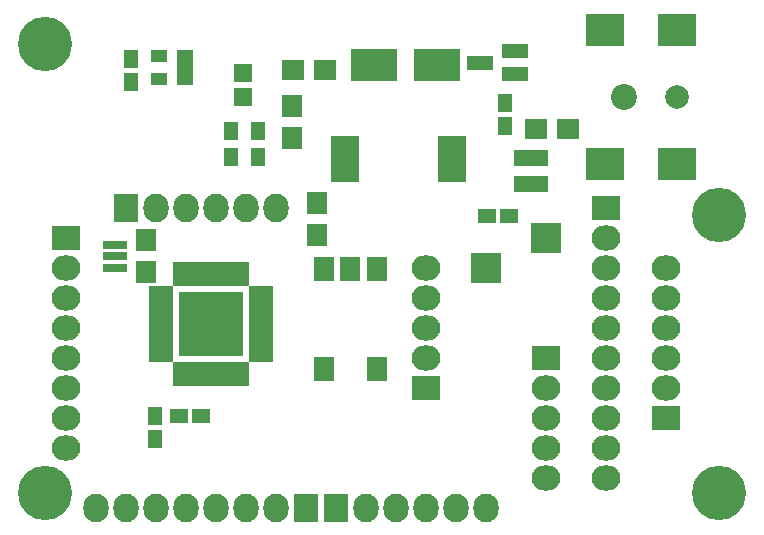
<source format=gts>
%TF.GenerationSoftware,KiCad,Pcbnew,(after 2015-mar-04 BZR unknown)-product*%
%TF.CreationDate,2015-05-27T15:40:32-04:00*%
%TF.JobID,arduinoquad,61726475696E6F717561642E6B696361,rev?*%
%TF.FileFunction,Soldermask,Top*%
%FSLAX46Y46*%
G04 Gerber Fmt 4.6, Leading zero omitted, Abs format (unit mm)*
G04 Created by KiCad (PCBNEW (after 2015-mar-04 BZR unknown)-product) date 27/05/2015 3:40:32 PM*
%MOMM*%
G01*
G04 APERTURE LIST*
%ADD10C,0.100000*%
%ADD11R,1.800000X2.000000*%
%ADD12R,2.432000X2.127200*%
%ADD13O,2.432000X2.127200*%
%ADD14R,3.200000X2.800000*%
%ADD15C,2.000000*%
%ADD16C,2.200000*%
%ADD17C,4.600000*%
%ADD18R,3.900120X2.701240*%
%ADD19R,1.150000X1.600000*%
%ADD20R,1.600000X1.150000*%
%ADD21R,1.598880X1.598880*%
%ADD22R,1.050000X1.460000*%
%ADD23R,2.400000X3.900000*%
%ADD24R,2.635200X2.635200*%
%ADD25R,2.127200X2.432000*%
%ADD26O,2.127200X2.432000*%
%ADD27R,2.200860X1.200100*%
%ADD28R,1.700000X1.900000*%
%ADD29R,1.900000X1.700000*%
%ADD30R,1.300000X1.600000*%
%ADD31R,1.460000X1.050000*%
%ADD32R,2.000000X0.700000*%
%ADD33R,0.950000X2.000000*%
%ADD34R,2.000000X0.950000*%
%ADD35R,5.480000X5.480000*%
G04 APERTURE END LIST*
D10*
D11*
X168560000Y-102505000D03*
X164060000Y-102505000D03*
X164060000Y-94095000D03*
X168560000Y-94095000D03*
X166310000Y-94095000D03*
D12*
X193040000Y-106680000D03*
D13*
X193040000Y-104140000D03*
X193040000Y-101600000D03*
X193040000Y-99060000D03*
X193040000Y-96520000D03*
X193040000Y-93980000D03*
D14*
X187900000Y-73800000D03*
X194000000Y-85200000D03*
X194000000Y-73800000D03*
D15*
X194000000Y-79500000D03*
D16*
X189500000Y-79500000D03*
D14*
X187900000Y-85200000D03*
D17*
X140500000Y-75000000D03*
X197500000Y-89500000D03*
X197500000Y-113000000D03*
X140500000Y-113000000D03*
D18*
X173700020Y-76800000D03*
X168299980Y-76800000D03*
D19*
X149750000Y-106550000D03*
X149750000Y-108450000D03*
D20*
X151800000Y-106500000D03*
X153700000Y-106500000D03*
D19*
X179400000Y-81950000D03*
X179400000Y-80050000D03*
D20*
X177850000Y-89600000D03*
X179750000Y-89600000D03*
D19*
X147750000Y-78200000D03*
X147750000Y-76300000D03*
D21*
X157250000Y-77450980D03*
X157250000Y-79549020D03*
D12*
X172720000Y-104140000D03*
D13*
X172720000Y-101600000D03*
X172720000Y-99060000D03*
X172720000Y-96520000D03*
X172720000Y-93980000D03*
D22*
X180650000Y-86900000D03*
X181600000Y-86900000D03*
X182550000Y-86900000D03*
X182550000Y-84700000D03*
X180650000Y-84700000D03*
X181600000Y-84700000D03*
D23*
X174900000Y-84800000D03*
X165900000Y-84800000D03*
D24*
X177800000Y-93980000D03*
X182880000Y-91440000D03*
D12*
X182880000Y-101600000D03*
D13*
X182880000Y-104140000D03*
X182880000Y-106680000D03*
X182880000Y-109220000D03*
X182880000Y-111760000D03*
D25*
X147320000Y-88900000D03*
D26*
X149860000Y-88900000D03*
X152400000Y-88900000D03*
X154940000Y-88900000D03*
X157480000Y-88900000D03*
X160020000Y-88900000D03*
D25*
X162560000Y-114300000D03*
D26*
X160020000Y-114300000D03*
X157480000Y-114300000D03*
X154940000Y-114300000D03*
X152400000Y-114300000D03*
X149860000Y-114300000D03*
X147320000Y-114300000D03*
X144780000Y-114300000D03*
D25*
X165100000Y-114300000D03*
D26*
X167640000Y-114300000D03*
X170180000Y-114300000D03*
X172720000Y-114300000D03*
X175260000Y-114300000D03*
X177800000Y-114300000D03*
D12*
X142240000Y-91440000D03*
D13*
X142240000Y-93980000D03*
X142240000Y-96520000D03*
X142240000Y-99060000D03*
X142240000Y-101600000D03*
X142240000Y-104140000D03*
X142240000Y-106680000D03*
X142240000Y-109220000D03*
D27*
X180301140Y-77550000D03*
X180301140Y-75650000D03*
X177298860Y-76600000D03*
D28*
X161400000Y-82950000D03*
X161400000Y-80250000D03*
D29*
X161450000Y-77200000D03*
X164150000Y-77200000D03*
D28*
X149000000Y-91650000D03*
X149000000Y-94350000D03*
X163490000Y-88490000D03*
X163490000Y-91190000D03*
D29*
X182050000Y-82200000D03*
X184750000Y-82200000D03*
D30*
X156250000Y-82400000D03*
X156250000Y-84600000D03*
X158500000Y-82400000D03*
X158500000Y-84600000D03*
D12*
X187960000Y-88900000D03*
D13*
X187960000Y-91440000D03*
X187960000Y-93980000D03*
X187960000Y-96520000D03*
X187960000Y-99060000D03*
X187960000Y-101600000D03*
X187960000Y-104140000D03*
X187960000Y-106680000D03*
X187960000Y-109220000D03*
X187960000Y-111760000D03*
D31*
X152350000Y-77950000D03*
X152350000Y-77000000D03*
X152350000Y-76050000D03*
X150150000Y-76050000D03*
X150150000Y-77950000D03*
D32*
X146400000Y-93000000D03*
X146400000Y-93950000D03*
X146400000Y-92050000D03*
D33*
X157300000Y-94500000D03*
X156500000Y-94500000D03*
X155700000Y-94500000D03*
X154900000Y-94500000D03*
X154100000Y-94500000D03*
X153300000Y-94500000D03*
X152500000Y-94500000D03*
X151700000Y-94500000D03*
D34*
X150250000Y-95950000D03*
X150250000Y-96750000D03*
X150250000Y-97550000D03*
X150250000Y-98350000D03*
X150250000Y-99150000D03*
X150250000Y-99950000D03*
X150250000Y-100750000D03*
X150250000Y-101550000D03*
D33*
X151700000Y-103000000D03*
X152500000Y-103000000D03*
X153300000Y-103000000D03*
X154100000Y-103000000D03*
X154900000Y-103000000D03*
X155700000Y-103000000D03*
X156500000Y-103000000D03*
X157300000Y-103000000D03*
D34*
X158750000Y-101550000D03*
X158750000Y-100750000D03*
X158750000Y-99950000D03*
X158750000Y-99150000D03*
X158750000Y-98350000D03*
X158750000Y-97550000D03*
X158750000Y-96750000D03*
X158750000Y-95950000D03*
D35*
X154500000Y-98750000D03*
M02*

</source>
